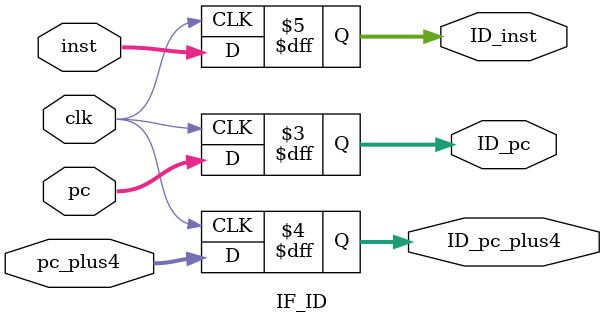
<source format=v>
module IF_ID(
    input clk,
    //input rst,
    input [31:0] pc,
    input [31:0] pc_plus4,
    input [31:0] inst,

    output reg[31:0] ID_pc,
    output reg[31:0] ID_pc_plus4,
    output reg[31:0] ID_inst
);

initial begin
    ID_pc=32'b0;
    ID_pc_plus4=32'b0;
    ID_inst=32'b0;
end

always@(posedge clk)begin
    ID_inst<=inst;
    ID_pc<=pc;
    ID_pc_plus4<=pc_plus4;
end


endmodule
</source>
